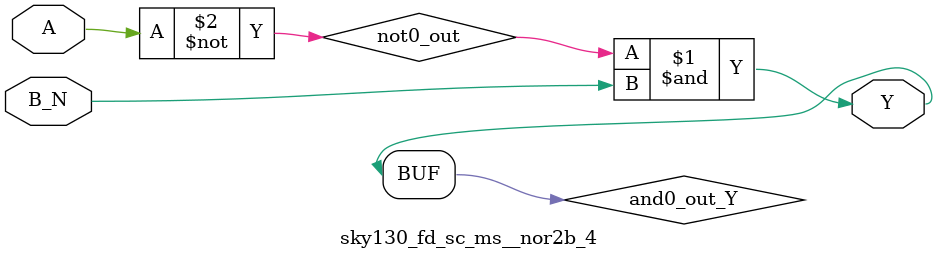
<source format=v>
/*
 * Copyright 2020 The SkyWater PDK Authors
 *
 * Licensed under the Apache License, Version 2.0 (the "License");
 * you may not use this file except in compliance with the License.
 * You may obtain a copy of the License at
 *
 *     https://www.apache.org/licenses/LICENSE-2.0
 *
 * Unless required by applicable law or agreed to in writing, software
 * distributed under the License is distributed on an "AS IS" BASIS,
 * WITHOUT WARRANTIES OR CONDITIONS OF ANY KIND, either express or implied.
 * See the License for the specific language governing permissions and
 * limitations under the License.
 *
 * SPDX-License-Identifier: Apache-2.0
*/


`ifndef SKY130_FD_SC_MS__NOR2B_4_FUNCTIONAL_V
`define SKY130_FD_SC_MS__NOR2B_4_FUNCTIONAL_V

/**
 * nor2b: 2-input NOR, first input inverted.
 *
 *        Y = !(A | B | C | !D)
 *
 * Verilog simulation functional model.
 */

`timescale 1ns / 1ps
`default_nettype none

`celldefine
module sky130_fd_sc_ms__nor2b_4 (
    Y  ,
    A  ,
    B_N
);

    // Module ports
    output Y  ;
    input  A  ;
    input  B_N;

    // Local signals
    wire not0_out  ;
    wire and0_out_Y;

    //  Name  Output      Other arguments
    not not0 (not0_out  , A              );
    and and0 (and0_out_Y, not0_out, B_N  );
    buf buf0 (Y         , and0_out_Y     );

endmodule
`endcelldefine

`default_nettype wire
`endif  // SKY130_FD_SC_MS__NOR2B_4_FUNCTIONAL_V

</source>
